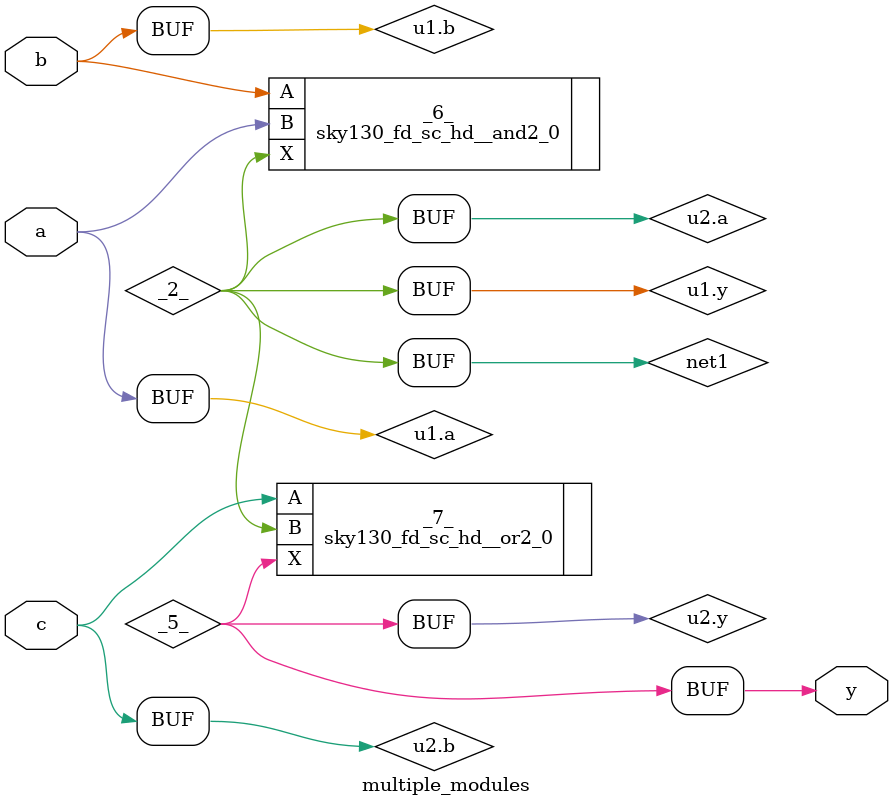
<source format=v>
/* Generated by Yosys 0.23+35 (git sha1 23e26ff66, clang 10.0.0-4ubuntu1 -fPIC -Os) */

module multiple_modules(a, b, c, y);
  wire _0_;
  wire _1_;
  wire _2_;
  wire _3_;
  wire _4_;
  wire _5_;
  input a;
  wire a;
  input b;
  wire b;
  input c;
  wire c;
  wire net1;
  wire \u1.a ;
  wire \u1.b ;
  wire \u1.y ;
  wire \u2.a ;
  wire \u2.b ;
  wire \u2.y ;
  output y;
  wire y;
  sky130_fd_sc_hd__and2_0 _6_ (
    .A(_1_),
    .B(_0_),
    .X(_2_)
  );
  sky130_fd_sc_hd__or2_0 _7_ (
    .A(_4_),
    .B(_3_),
    .X(_5_)
  );
  assign _4_ = \u2.b ;
  assign _3_ = \u2.a ;
  assign \u2.y  = _5_;
  assign \u2.a  = net1;
  assign \u2.b  = c;
  assign y = \u2.y ;
  assign _1_ = \u1.b ;
  assign _0_ = \u1.a ;
  assign \u1.y  = _2_;
  assign \u1.a  = a;
  assign \u1.b  = b;
  assign net1 = \u1.y ;
endmodule

</source>
